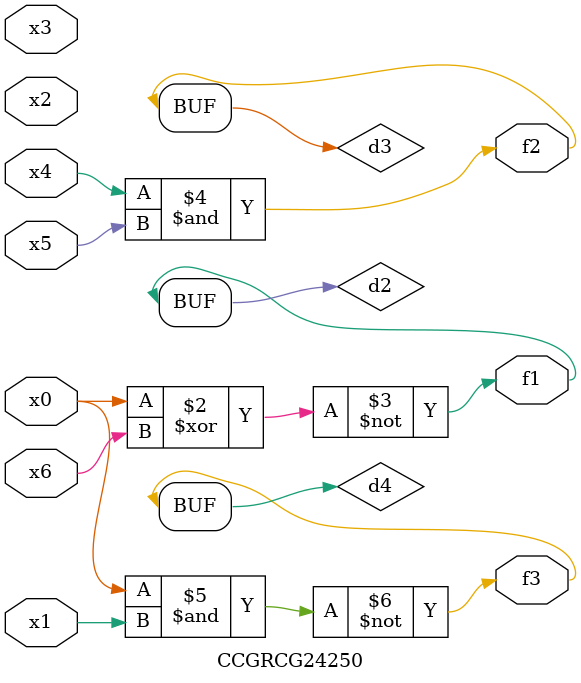
<source format=v>
module CCGRCG24250(
	input x0, x1, x2, x3, x4, x5, x6,
	output f1, f2, f3
);

	wire d1, d2, d3, d4;

	nor (d1, x0);
	xnor (d2, x0, x6);
	and (d3, x4, x5);
	nand (d4, x0, x1);
	assign f1 = d2;
	assign f2 = d3;
	assign f3 = d4;
endmodule

</source>
